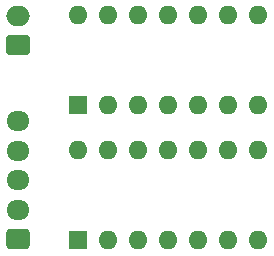
<source format=gbr>
%TF.GenerationSoftware,KiCad,Pcbnew,(6.0.6)*%
%TF.CreationDate,2022-10-10T23:00:38+05:30*%
%TF.ProjectId,exp1,65787031-2e6b-4696-9361-645f70636258,rev?*%
%TF.SameCoordinates,Original*%
%TF.FileFunction,Copper,L1,Top*%
%TF.FilePolarity,Positive*%
%FSLAX46Y46*%
G04 Gerber Fmt 4.6, Leading zero omitted, Abs format (unit mm)*
G04 Created by KiCad (PCBNEW (6.0.6)) date 2022-10-10 23:00:38*
%MOMM*%
%LPD*%
G01*
G04 APERTURE LIST*
G04 Aperture macros list*
%AMRoundRect*
0 Rectangle with rounded corners*
0 $1 Rounding radius*
0 $2 $3 $4 $5 $6 $7 $8 $9 X,Y pos of 4 corners*
0 Add a 4 corners polygon primitive as box body*
4,1,4,$2,$3,$4,$5,$6,$7,$8,$9,$2,$3,0*
0 Add four circle primitives for the rounded corners*
1,1,$1+$1,$2,$3*
1,1,$1+$1,$4,$5*
1,1,$1+$1,$6,$7*
1,1,$1+$1,$8,$9*
0 Add four rect primitives between the rounded corners*
20,1,$1+$1,$2,$3,$4,$5,0*
20,1,$1+$1,$4,$5,$6,$7,0*
20,1,$1+$1,$6,$7,$8,$9,0*
20,1,$1+$1,$8,$9,$2,$3,0*%
G04 Aperture macros list end*
%TA.AperFunction,ComponentPad*%
%ADD10R,1.600000X1.600000*%
%TD*%
%TA.AperFunction,ComponentPad*%
%ADD11O,1.600000X1.600000*%
%TD*%
%TA.AperFunction,ComponentPad*%
%ADD12RoundRect,0.250000X0.725000X-0.600000X0.725000X0.600000X-0.725000X0.600000X-0.725000X-0.600000X0*%
%TD*%
%TA.AperFunction,ComponentPad*%
%ADD13O,1.950000X1.700000*%
%TD*%
%TA.AperFunction,ComponentPad*%
%ADD14RoundRect,0.250000X0.750000X-0.600000X0.750000X0.600000X-0.750000X0.600000X-0.750000X-0.600000X0*%
%TD*%
%TA.AperFunction,ComponentPad*%
%ADD15O,2.000000X1.700000*%
%TD*%
G04 APERTURE END LIST*
D10*
%TO.P,U1,1*%
%TO.N,IP1*%
X128270000Y-80010000D03*
D11*
%TO.P,U1,2*%
%TO.N,IP2*%
X130810000Y-80010000D03*
%TO.P,U1,3*%
%TO.N,Net-(U1-Pad3)*%
X133350000Y-80010000D03*
%TO.P,U1,4*%
%TO.N,IP2*%
X135890000Y-80010000D03*
%TO.P,U1,5*%
%TO.N,IP3*%
X138430000Y-80010000D03*
%TO.P,U1,6*%
%TO.N,Net-(U1-Pad6)*%
X140970000Y-80010000D03*
%TO.P,U1,7,Gnd*%
%TO.N,GND*%
X143510000Y-80010000D03*
%TO.P,U1,8*%
%TO.N,N/C*%
X143510000Y-72390000D03*
%TO.P,U1,9*%
X140970000Y-72390000D03*
%TO.P,U1,10*%
X138430000Y-72390000D03*
%TO.P,U1,11*%
X135890000Y-72390000D03*
%TO.P,U1,12*%
X133350000Y-72390000D03*
%TO.P,U1,13*%
X130810000Y-72390000D03*
%TO.P,U1,14,Vcc*%
%TO.N,VCC*%
X128270000Y-72390000D03*
%TD*%
D12*
%TO.P,J1,1,Pin_1*%
%TO.N,IP3*%
X123182500Y-79930000D03*
D13*
%TO.P,J1,2,Pin_2*%
%TO.N,IP2*%
X123182500Y-77430000D03*
%TO.P,J1,3,Pin_3*%
%TO.N,IP1*%
X123182500Y-74930000D03*
%TO.P,J1,4,Pin_4*%
%TO.N,GND*%
X123182500Y-72430000D03*
%TO.P,J1,5,Pin_5*%
%TO.N,VCC*%
X123182500Y-69930000D03*
%TD*%
D14*
%TO.P,J2,1,Pin_1*%
%TO.N,Net-(J2-Pad1)*%
X123182500Y-63480000D03*
D15*
%TO.P,J2,2,Pin_2*%
%TO.N,GND*%
X123182500Y-60980000D03*
%TD*%
D10*
%TO.P,U2,1*%
%TO.N,Net-(U1-Pad3)*%
X128265000Y-68570000D03*
D11*
%TO.P,U2,2*%
%TO.N,Net-(U1-Pad6)*%
X130805000Y-68570000D03*
%TO.P,U2,3*%
%TO.N,Net-(J2-Pad1)*%
X133345000Y-68570000D03*
%TO.P,U2,4*%
%TO.N,N/C*%
X135885000Y-68570000D03*
%TO.P,U2,5*%
X138425000Y-68570000D03*
%TO.P,U2,6*%
X140965000Y-68570000D03*
%TO.P,U2,7,Gnd*%
%TO.N,GND*%
X143505000Y-68570000D03*
%TO.P,U2,8*%
%TO.N,N/C*%
X143505000Y-60950000D03*
%TO.P,U2,9*%
X140965000Y-60950000D03*
%TO.P,U2,10*%
X138425000Y-60950000D03*
%TO.P,U2,11*%
X135885000Y-60950000D03*
%TO.P,U2,12*%
X133345000Y-60950000D03*
%TO.P,U2,13*%
X130805000Y-60950000D03*
%TO.P,U2,14,Vcc*%
%TO.N,VCC*%
X128265000Y-60950000D03*
%TD*%
M02*

</source>
